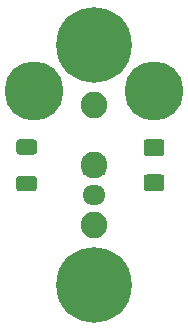
<source format=gbr>
%TF.GenerationSoftware,KiCad,Pcbnew,(5.1.7)-1*%
%TF.CreationDate,2020-12-02T23:42:10-06:00*%
%TF.ProjectId,025mag-PROBE-BOARD_REV2,3032356d-6167-42d5-9052-4f42452d424f,rev?*%
%TF.SameCoordinates,Original*%
%TF.FileFunction,Soldermask,Top*%
%TF.FilePolarity,Negative*%
%FSLAX46Y46*%
G04 Gerber Fmt 4.6, Leading zero omitted, Abs format (unit mm)*
G04 Created by KiCad (PCBNEW (5.1.7)-1) date 2020-12-02 23:42:10*
%MOMM*%
%LPD*%
G01*
G04 APERTURE LIST*
%ADD10C,5.000000*%
%ADD11C,1.800000*%
%ADD12C,2.250000*%
%ADD13O,1.950000X1.700000*%
%ADD14C,6.400000*%
G04 APERTURE END LIST*
D10*
%TO.C,M31*%
X-5080000Y6330000D03*
%TD*%
D11*
%TO.C,SW1*%
X0Y-2540000D03*
D12*
X0Y0D03*
X0Y5080000D03*
X0Y-5080000D03*
%TD*%
D13*
%TO.C,REF\u002A\u002A*%
X0Y-5000000D03*
G36*
G01*
X-725000Y850000D02*
X725000Y850000D01*
G75*
G02*
X975000Y600000I0J-250000D01*
G01*
X975000Y-600000D01*
G75*
G02*
X725000Y-850000I-250000J0D01*
G01*
X-725000Y-850000D01*
G75*
G02*
X-975000Y-600000I0J250000D01*
G01*
X-975000Y600000D01*
G75*
G02*
X-725000Y850000I250000J0D01*
G01*
G37*
X0Y-2500000D03*
%TD*%
%TO.C,D1*%
G36*
G01*
X5705000Y775000D02*
X4455000Y775000D01*
G75*
G02*
X4205000Y1025000I0J250000D01*
G01*
X4205000Y1950000D01*
G75*
G02*
X4455000Y2200000I250000J0D01*
G01*
X5705000Y2200000D01*
G75*
G02*
X5955000Y1950000I0J-250000D01*
G01*
X5955000Y1025000D01*
G75*
G02*
X5705000Y775000I-250000J0D01*
G01*
G37*
G36*
G01*
X5705000Y-2200000D02*
X4455000Y-2200000D01*
G75*
G02*
X4205000Y-1950000I0J250000D01*
G01*
X4205000Y-1025000D01*
G75*
G02*
X4455000Y-775000I250000J0D01*
G01*
X5705000Y-775000D01*
G75*
G02*
X5955000Y-1025000I0J-250000D01*
G01*
X5955000Y-1950000D01*
G75*
G02*
X5705000Y-2200000I-250000J0D01*
G01*
G37*
%TD*%
%TO.C,R1*%
G36*
G01*
X-5089999Y900000D02*
X-6340001Y900000D01*
G75*
G02*
X-6590000Y1149999I0J249999D01*
G01*
X-6590000Y1950001D01*
G75*
G02*
X-6340001Y2200000I249999J0D01*
G01*
X-5089999Y2200000D01*
G75*
G02*
X-4840000Y1950001I0J-249999D01*
G01*
X-4840000Y1149999D01*
G75*
G02*
X-5089999Y900000I-249999J0D01*
G01*
G37*
G36*
G01*
X-5089999Y-2200000D02*
X-6340001Y-2200000D01*
G75*
G02*
X-6590000Y-1950001I0J249999D01*
G01*
X-6590000Y-1149999D01*
G75*
G02*
X-6340001Y-900000I249999J0D01*
G01*
X-5089999Y-900000D01*
G75*
G02*
X-4840000Y-1149999I0J-249999D01*
G01*
X-4840000Y-1950001D01*
G75*
G02*
X-5089999Y-2200000I-249999J0D01*
G01*
G37*
%TD*%
D10*
%TO.C,REF\u002A\u002A*%
X5120000Y6330000D03*
%TD*%
D14*
%TO.C,MAG2*%
X0Y-10160000D03*
%TD*%
%TO.C,MAG1*%
X0Y10160000D03*
%TD*%
M02*

</source>
